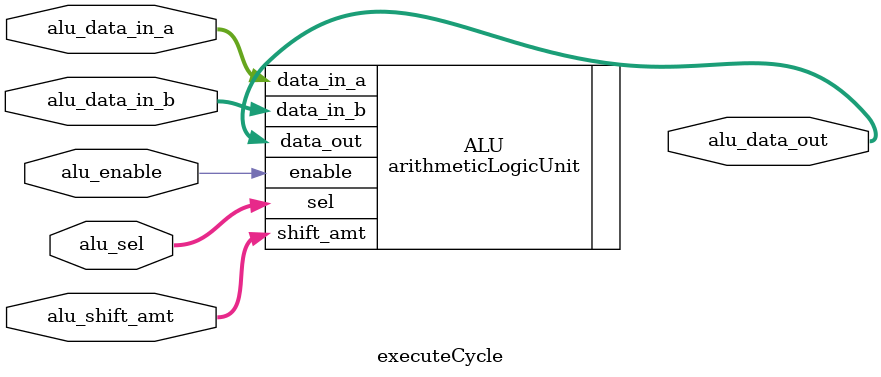
<source format=sv>
module executeCycle #(
    parameter SEL_SIZE = 4,
    parameter SHIFT_SIZE = 5,
    parameter XLEN = 32)
(
    input alu_enable,
    input  [SEL_SIZE - 1:0]  alu_sel,
    input  [SHIFT_SIZE - 1:0]  alu_shift_amt,
    input  [XLEN - 1:0] alu_data_in_a,
    input  [XLEN - 1:0] alu_data_in_b,
    output logic [XLEN - 1:0] alu_data_out
);
    
    arithmeticLogicUnit ALU (
        .enable(alu_enable),
        .sel(alu_sel),
        .shift_amt(alu_shift_amt),
        .data_in_a(alu_data_in_a),
        .data_in_b(alu_data_in_b),
        .data_out(alu_data_out)
    );


endmodule
</source>
